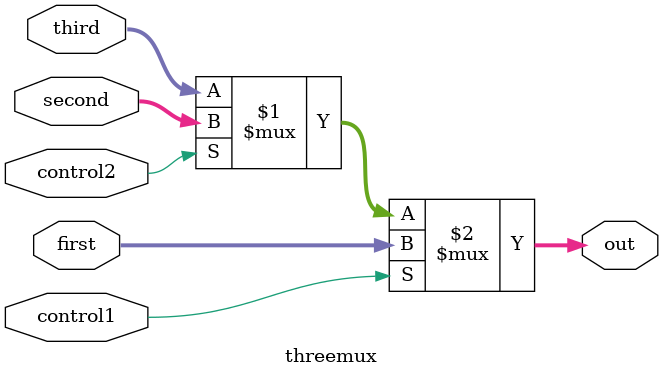
<source format=v>
module threemux #(parameter WIDTH = 32)
            (input control1, control2,
             input [WIDTH - 1:0] first,
             input [WIDTH - 1:0] second,
             input [WIDTH - 1:0] third,
             output [WIDTH - 1:0] out);

assign out = control1 ? first : control2 ? second : third;

endmodule

</source>
